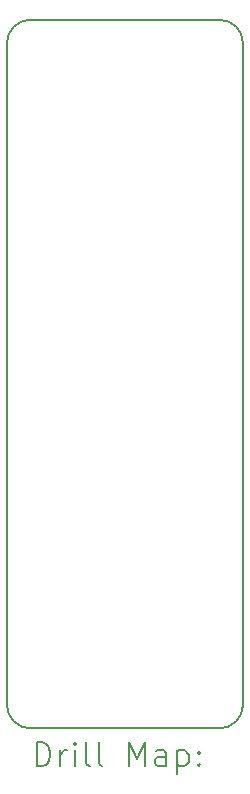
<source format=gbr>
%TF.GenerationSoftware,KiCad,Pcbnew,7.0.5*%
%TF.CreationDate,2023-06-23T15:01:13-05:00*%
%TF.ProjectId,Single.Channel.Amp,53696e67-6c65-42e4-9368-616e6e656c2e,rev?*%
%TF.SameCoordinates,Original*%
%TF.FileFunction,Drillmap*%
%TF.FilePolarity,Positive*%
%FSLAX45Y45*%
G04 Gerber Fmt 4.5, Leading zero omitted, Abs format (unit mm)*
G04 Created by KiCad (PCBNEW 7.0.5) date 2023-06-23 15:01:13*
%MOMM*%
%LPD*%
G01*
G04 APERTURE LIST*
%ADD10C,0.150000*%
%ADD11C,0.200000*%
G04 APERTURE END LIST*
D10*
X7300000Y-7531000D02*
G75*
G03*
X7500000Y-7331000I0J200000D01*
G01*
X5700000Y-1531000D02*
X7300000Y-1531000D01*
X5700000Y-7531000D02*
X7300000Y-7531000D01*
X5500000Y-7331000D02*
G75*
G03*
X5700000Y-7531000I200000J0D01*
G01*
X5500000Y-7331000D02*
X5500000Y-1731000D01*
X7500000Y-1731000D02*
X7500000Y-7331000D01*
X7500000Y-1731000D02*
G75*
G03*
X7300000Y-1531000I-200000J0D01*
G01*
X5700000Y-1531000D02*
G75*
G03*
X5500000Y-1731000I0J-200000D01*
G01*
D11*
X5753277Y-7849984D02*
X5753277Y-7649984D01*
X5753277Y-7649984D02*
X5800896Y-7649984D01*
X5800896Y-7649984D02*
X5829467Y-7659508D01*
X5829467Y-7659508D02*
X5848515Y-7678555D01*
X5848515Y-7678555D02*
X5858039Y-7697603D01*
X5858039Y-7697603D02*
X5867562Y-7735698D01*
X5867562Y-7735698D02*
X5867562Y-7764269D01*
X5867562Y-7764269D02*
X5858039Y-7802365D01*
X5858039Y-7802365D02*
X5848515Y-7821412D01*
X5848515Y-7821412D02*
X5829467Y-7840460D01*
X5829467Y-7840460D02*
X5800896Y-7849984D01*
X5800896Y-7849984D02*
X5753277Y-7849984D01*
X5953277Y-7849984D02*
X5953277Y-7716650D01*
X5953277Y-7754746D02*
X5962801Y-7735698D01*
X5962801Y-7735698D02*
X5972324Y-7726174D01*
X5972324Y-7726174D02*
X5991372Y-7716650D01*
X5991372Y-7716650D02*
X6010420Y-7716650D01*
X6077086Y-7849984D02*
X6077086Y-7716650D01*
X6077086Y-7649984D02*
X6067562Y-7659508D01*
X6067562Y-7659508D02*
X6077086Y-7669031D01*
X6077086Y-7669031D02*
X6086610Y-7659508D01*
X6086610Y-7659508D02*
X6077086Y-7649984D01*
X6077086Y-7649984D02*
X6077086Y-7669031D01*
X6200896Y-7849984D02*
X6181848Y-7840460D01*
X6181848Y-7840460D02*
X6172324Y-7821412D01*
X6172324Y-7821412D02*
X6172324Y-7649984D01*
X6305658Y-7849984D02*
X6286610Y-7840460D01*
X6286610Y-7840460D02*
X6277086Y-7821412D01*
X6277086Y-7821412D02*
X6277086Y-7649984D01*
X6534229Y-7849984D02*
X6534229Y-7649984D01*
X6534229Y-7649984D02*
X6600896Y-7792841D01*
X6600896Y-7792841D02*
X6667562Y-7649984D01*
X6667562Y-7649984D02*
X6667562Y-7849984D01*
X6848515Y-7849984D02*
X6848515Y-7745222D01*
X6848515Y-7745222D02*
X6838991Y-7726174D01*
X6838991Y-7726174D02*
X6819943Y-7716650D01*
X6819943Y-7716650D02*
X6781848Y-7716650D01*
X6781848Y-7716650D02*
X6762801Y-7726174D01*
X6848515Y-7840460D02*
X6829467Y-7849984D01*
X6829467Y-7849984D02*
X6781848Y-7849984D01*
X6781848Y-7849984D02*
X6762801Y-7840460D01*
X6762801Y-7840460D02*
X6753277Y-7821412D01*
X6753277Y-7821412D02*
X6753277Y-7802365D01*
X6753277Y-7802365D02*
X6762801Y-7783317D01*
X6762801Y-7783317D02*
X6781848Y-7773793D01*
X6781848Y-7773793D02*
X6829467Y-7773793D01*
X6829467Y-7773793D02*
X6848515Y-7764269D01*
X6943753Y-7716650D02*
X6943753Y-7916650D01*
X6943753Y-7726174D02*
X6962801Y-7716650D01*
X6962801Y-7716650D02*
X7000896Y-7716650D01*
X7000896Y-7716650D02*
X7019943Y-7726174D01*
X7019943Y-7726174D02*
X7029467Y-7735698D01*
X7029467Y-7735698D02*
X7038991Y-7754746D01*
X7038991Y-7754746D02*
X7038991Y-7811888D01*
X7038991Y-7811888D02*
X7029467Y-7830936D01*
X7029467Y-7830936D02*
X7019943Y-7840460D01*
X7019943Y-7840460D02*
X7000896Y-7849984D01*
X7000896Y-7849984D02*
X6962801Y-7849984D01*
X6962801Y-7849984D02*
X6943753Y-7840460D01*
X7124705Y-7830936D02*
X7134229Y-7840460D01*
X7134229Y-7840460D02*
X7124705Y-7849984D01*
X7124705Y-7849984D02*
X7115182Y-7840460D01*
X7115182Y-7840460D02*
X7124705Y-7830936D01*
X7124705Y-7830936D02*
X7124705Y-7849984D01*
X7124705Y-7726174D02*
X7134229Y-7735698D01*
X7134229Y-7735698D02*
X7124705Y-7745222D01*
X7124705Y-7745222D02*
X7115182Y-7735698D01*
X7115182Y-7735698D02*
X7124705Y-7726174D01*
X7124705Y-7726174D02*
X7124705Y-7745222D01*
M02*

</source>
